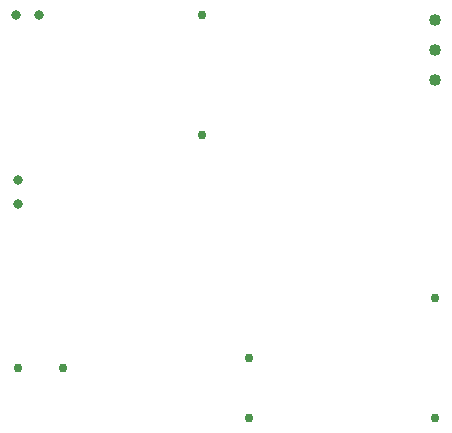
<source format=gbr>
G04 PROTEUS GERBER X2 FILE*
%TF.GenerationSoftware,Labcenter,Proteus,8.17-SP2-Build37159*%
%TF.CreationDate,2024-06-19T08:40:51+00:00*%
%TF.FileFunction,Plated,1,2,PTH*%
%TF.FilePolarity,Positive*%
%TF.Part,Single*%
%TF.SameCoordinates,{cc4adc65-c152-4fc9-8d13-ce7ccd937357}*%
%FSLAX45Y45*%
%MOMM*%
G01*
%TA.AperFunction,ComponentDrill*%
%ADD28C,0.762000*%
%TA.AperFunction,ComponentDrill*%
%ADD29C,1.016000*%
%TA.AperFunction,ComponentDrill*%
%ADD72C,0.812800*%
%TD.AperFunction*%
D28*
X-2535000Y+446000D03*
X-2916000Y+446000D03*
X-964000Y+537000D03*
X-964000Y+29000D03*
D29*
X+617000Y+3393000D03*
X+617000Y+3139000D03*
X+617000Y+2885000D03*
D28*
X+609000Y+24000D03*
X+609000Y+1040000D03*
X-1356000Y+3441000D03*
X-1356000Y+2425000D03*
D72*
X-2938000Y+3441000D03*
X-2738000Y+3441000D03*
X-2920000Y+2040000D03*
X-2920000Y+1840000D03*
M02*

</source>
